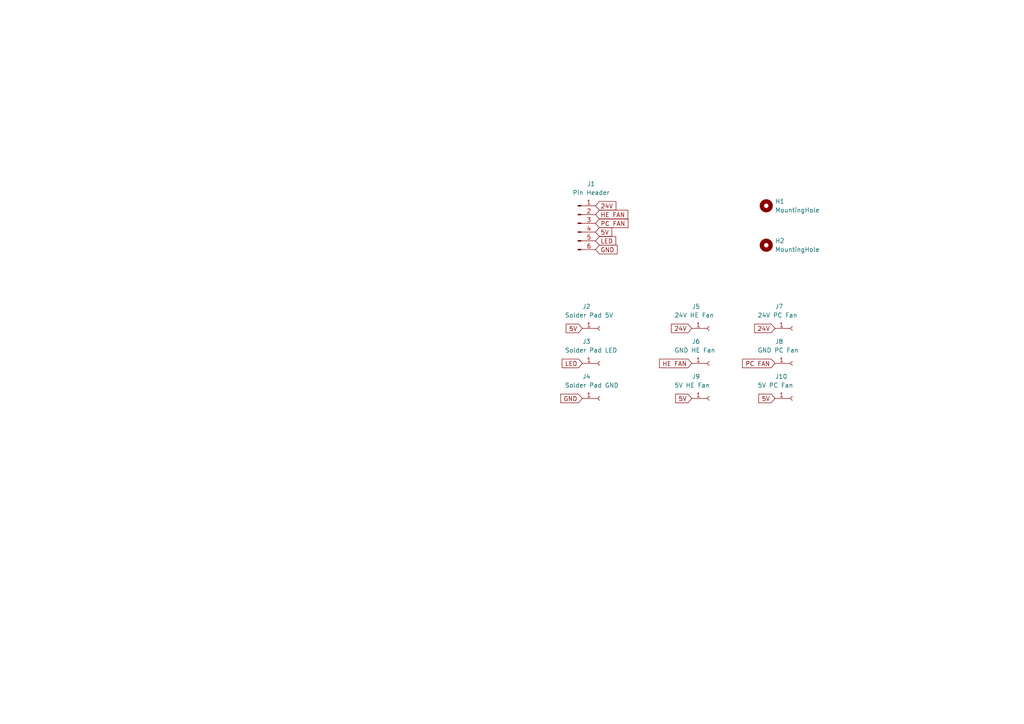
<source format=kicad_sch>
(kicad_sch (version 20211123) (generator eeschema)

  (uuid 4caee2aa-1c36-44d8-8eb9-f1e7ba8e9c9c)

  (paper "A4")

  (lib_symbols
    (symbol "Connector:Conn_01x01_Female" (pin_names (offset 1.016) hide) (in_bom yes) (on_board yes)
      (property "Reference" "J" (id 0) (at 0 2.54 0)
        (effects (font (size 1.27 1.27)))
      )
      (property "Value" "Conn_01x01_Female" (id 1) (at 0 -2.54 0)
        (effects (font (size 1.27 1.27)))
      )
      (property "Footprint" "" (id 2) (at 0 0 0)
        (effects (font (size 1.27 1.27)) hide)
      )
      (property "Datasheet" "~" (id 3) (at 0 0 0)
        (effects (font (size 1.27 1.27)) hide)
      )
      (property "ki_keywords" "connector" (id 4) (at 0 0 0)
        (effects (font (size 1.27 1.27)) hide)
      )
      (property "ki_description" "Generic connector, single row, 01x01, script generated (kicad-library-utils/schlib/autogen/connector/)" (id 5) (at 0 0 0)
        (effects (font (size 1.27 1.27)) hide)
      )
      (property "ki_fp_filters" "Connector*:*" (id 6) (at 0 0 0)
        (effects (font (size 1.27 1.27)) hide)
      )
      (symbol "Conn_01x01_Female_1_1"
        (polyline
          (pts
            (xy -1.27 0)
            (xy -0.508 0)
          )
          (stroke (width 0.1524) (type default) (color 0 0 0 0))
          (fill (type none))
        )
        (arc (start 0 0.508) (mid -0.508 0) (end 0 -0.508)
          (stroke (width 0.1524) (type default) (color 0 0 0 0))
          (fill (type none))
        )
        (pin passive line (at -5.08 0 0) (length 3.81)
          (name "Pin_1" (effects (font (size 1.27 1.27))))
          (number "1" (effects (font (size 1.27 1.27))))
        )
      )
    )
    (symbol "Connector:Conn_01x06_Male" (pin_names (offset 1.016) hide) (in_bom yes) (on_board yes)
      (property "Reference" "J" (id 0) (at 0 7.62 0)
        (effects (font (size 1.27 1.27)))
      )
      (property "Value" "Conn_01x06_Male" (id 1) (at 0 -10.16 0)
        (effects (font (size 1.27 1.27)))
      )
      (property "Footprint" "" (id 2) (at 0 0 0)
        (effects (font (size 1.27 1.27)) hide)
      )
      (property "Datasheet" "~" (id 3) (at 0 0 0)
        (effects (font (size 1.27 1.27)) hide)
      )
      (property "ki_keywords" "connector" (id 4) (at 0 0 0)
        (effects (font (size 1.27 1.27)) hide)
      )
      (property "ki_description" "Generic connector, single row, 01x06, script generated (kicad-library-utils/schlib/autogen/connector/)" (id 5) (at 0 0 0)
        (effects (font (size 1.27 1.27)) hide)
      )
      (property "ki_fp_filters" "Connector*:*_1x??_*" (id 6) (at 0 0 0)
        (effects (font (size 1.27 1.27)) hide)
      )
      (symbol "Conn_01x06_Male_1_1"
        (polyline
          (pts
            (xy 1.27 -7.62)
            (xy 0.8636 -7.62)
          )
          (stroke (width 0.1524) (type default) (color 0 0 0 0))
          (fill (type none))
        )
        (polyline
          (pts
            (xy 1.27 -5.08)
            (xy 0.8636 -5.08)
          )
          (stroke (width 0.1524) (type default) (color 0 0 0 0))
          (fill (type none))
        )
        (polyline
          (pts
            (xy 1.27 -2.54)
            (xy 0.8636 -2.54)
          )
          (stroke (width 0.1524) (type default) (color 0 0 0 0))
          (fill (type none))
        )
        (polyline
          (pts
            (xy 1.27 0)
            (xy 0.8636 0)
          )
          (stroke (width 0.1524) (type default) (color 0 0 0 0))
          (fill (type none))
        )
        (polyline
          (pts
            (xy 1.27 2.54)
            (xy 0.8636 2.54)
          )
          (stroke (width 0.1524) (type default) (color 0 0 0 0))
          (fill (type none))
        )
        (polyline
          (pts
            (xy 1.27 5.08)
            (xy 0.8636 5.08)
          )
          (stroke (width 0.1524) (type default) (color 0 0 0 0))
          (fill (type none))
        )
        (rectangle (start 0.8636 -7.493) (end 0 -7.747)
          (stroke (width 0.1524) (type default) (color 0 0 0 0))
          (fill (type outline))
        )
        (rectangle (start 0.8636 -4.953) (end 0 -5.207)
          (stroke (width 0.1524) (type default) (color 0 0 0 0))
          (fill (type outline))
        )
        (rectangle (start 0.8636 -2.413) (end 0 -2.667)
          (stroke (width 0.1524) (type default) (color 0 0 0 0))
          (fill (type outline))
        )
        (rectangle (start 0.8636 0.127) (end 0 -0.127)
          (stroke (width 0.1524) (type default) (color 0 0 0 0))
          (fill (type outline))
        )
        (rectangle (start 0.8636 2.667) (end 0 2.413)
          (stroke (width 0.1524) (type default) (color 0 0 0 0))
          (fill (type outline))
        )
        (rectangle (start 0.8636 5.207) (end 0 4.953)
          (stroke (width 0.1524) (type default) (color 0 0 0 0))
          (fill (type outline))
        )
        (pin passive line (at 5.08 5.08 180) (length 3.81)
          (name "Pin_1" (effects (font (size 1.27 1.27))))
          (number "1" (effects (font (size 1.27 1.27))))
        )
        (pin passive line (at 5.08 2.54 180) (length 3.81)
          (name "Pin_2" (effects (font (size 1.27 1.27))))
          (number "2" (effects (font (size 1.27 1.27))))
        )
        (pin passive line (at 5.08 0 180) (length 3.81)
          (name "Pin_3" (effects (font (size 1.27 1.27))))
          (number "3" (effects (font (size 1.27 1.27))))
        )
        (pin passive line (at 5.08 -2.54 180) (length 3.81)
          (name "Pin_4" (effects (font (size 1.27 1.27))))
          (number "4" (effects (font (size 1.27 1.27))))
        )
        (pin passive line (at 5.08 -5.08 180) (length 3.81)
          (name "Pin_5" (effects (font (size 1.27 1.27))))
          (number "5" (effects (font (size 1.27 1.27))))
        )
        (pin passive line (at 5.08 -7.62 180) (length 3.81)
          (name "Pin_6" (effects (font (size 1.27 1.27))))
          (number "6" (effects (font (size 1.27 1.27))))
        )
      )
    )
    (symbol "Mechanical:MountingHole" (pin_names (offset 1.016)) (in_bom yes) (on_board yes)
      (property "Reference" "H" (id 0) (at 0 5.08 0)
        (effects (font (size 1.27 1.27)))
      )
      (property "Value" "MountingHole" (id 1) (at 0 3.175 0)
        (effects (font (size 1.27 1.27)))
      )
      (property "Footprint" "" (id 2) (at 0 0 0)
        (effects (font (size 1.27 1.27)) hide)
      )
      (property "Datasheet" "~" (id 3) (at 0 0 0)
        (effects (font (size 1.27 1.27)) hide)
      )
      (property "ki_keywords" "mounting hole" (id 4) (at 0 0 0)
        (effects (font (size 1.27 1.27)) hide)
      )
      (property "ki_description" "Mounting Hole without connection" (id 5) (at 0 0 0)
        (effects (font (size 1.27 1.27)) hide)
      )
      (property "ki_fp_filters" "MountingHole*" (id 6) (at 0 0 0)
        (effects (font (size 1.27 1.27)) hide)
      )
      (symbol "MountingHole_0_1"
        (circle (center 0 0) (radius 1.27)
          (stroke (width 1.27) (type default) (color 0 0 0 0))
          (fill (type none))
        )
      )
    )
  )


  (global_label "5V" (shape input) (at 224.79 115.57 180) (fields_autoplaced)
    (effects (font (size 1.27 1.27)) (justify right))
    (uuid 060c3463-8b73-4339-85fe-bc77bdd1f2af)
    (property "Intersheet References" "${INTERSHEET_REFS}" (id 0) (at 220.0788 115.6494 0)
      (effects (font (size 1.27 1.27)) (justify right) hide)
    )
  )
  (global_label "GND" (shape input) (at 172.72 72.39 0) (fields_autoplaced)
    (effects (font (size 1.27 1.27)) (justify left))
    (uuid 0f555a6a-a044-448a-9e81-f8b67f8b905f)
    (property "Intersheet References" "${INTERSHEET_REFS}" (id 0) (at 179.0036 72.3106 0)
      (effects (font (size 1.27 1.27)) (justify left) hide)
    )
  )
  (global_label "PC FAN" (shape input) (at 224.79 105.41 180) (fields_autoplaced)
    (effects (font (size 1.27 1.27)) (justify right))
    (uuid 27effc96-e45d-4bbf-91b2-535039964653)
    (property "Intersheet References" "${INTERSHEET_REFS}" (id 0) (at 215.3617 105.4894 0)
      (effects (font (size 1.27 1.27)) (justify right) hide)
    )
  )
  (global_label "5V" (shape input) (at 172.72 67.31 0) (fields_autoplaced)
    (effects (font (size 1.27 1.27)) (justify left))
    (uuid 36d8f329-192e-4e50-bf4e-635edf3eb116)
    (property "Intersheet References" "${INTERSHEET_REFS}" (id 0) (at 177.4312 67.2306 0)
      (effects (font (size 1.27 1.27)) (justify left) hide)
    )
  )
  (global_label "PC FAN" (shape input) (at 172.72 64.77 0) (fields_autoplaced)
    (effects (font (size 1.27 1.27)) (justify left))
    (uuid 42421ffc-349f-47cb-b439-ba1880922ef3)
    (property "Intersheet References" "${INTERSHEET_REFS}" (id 0) (at 182.1483 64.6906 0)
      (effects (font (size 1.27 1.27)) (justify left) hide)
    )
  )
  (global_label "HE FAN" (shape input) (at 200.66 105.41 180) (fields_autoplaced)
    (effects (font (size 1.27 1.27)) (justify right))
    (uuid 431346e6-1a73-45b7-af88-01264a1aeae5)
    (property "Intersheet References" "${INTERSHEET_REFS}" (id 0) (at 191.2921 105.4894 0)
      (effects (font (size 1.27 1.27)) (justify right) hide)
    )
  )
  (global_label "LED" (shape input) (at 172.72 69.85 0) (fields_autoplaced)
    (effects (font (size 1.27 1.27)) (justify left))
    (uuid 44e71c56-269d-4702-b46c-124604b5ed15)
    (property "Intersheet References" "${INTERSHEET_REFS}" (id 0) (at 178.5802 69.7706 0)
      (effects (font (size 1.27 1.27)) (justify left) hide)
    )
  )
  (global_label "HE FAN" (shape input) (at 172.72 62.23 0) (fields_autoplaced)
    (effects (font (size 1.27 1.27)) (justify left))
    (uuid 460af4b4-17ac-4f9e-b74b-214792751ef9)
    (property "Intersheet References" "${INTERSHEET_REFS}" (id 0) (at 182.0879 62.1506 0)
      (effects (font (size 1.27 1.27)) (justify left) hide)
    )
  )
  (global_label "24V" (shape input) (at 172.72 59.69 0) (fields_autoplaced)
    (effects (font (size 1.27 1.27)) (justify left))
    (uuid 5f67d340-1055-470b-92bf-61f7b4d41a0b)
    (property "Intersheet References" "${INTERSHEET_REFS}" (id 0) (at 178.6407 59.6106 0)
      (effects (font (size 1.27 1.27)) (justify left) hide)
    )
  )
  (global_label "5V" (shape input) (at 168.91 95.25 180) (fields_autoplaced)
    (effects (font (size 1.27 1.27)) (justify right))
    (uuid 6d23c910-83ae-4ef8-8ac1-10510f517cda)
    (property "Intersheet References" "${INTERSHEET_REFS}" (id 0) (at 164.1988 95.3294 0)
      (effects (font (size 1.27 1.27)) (justify right) hide)
    )
  )
  (global_label "5V" (shape input) (at 200.66 115.57 180) (fields_autoplaced)
    (effects (font (size 1.27 1.27)) (justify right))
    (uuid 76763197-cf11-431e-a547-b5795b872734)
    (property "Intersheet References" "${INTERSHEET_REFS}" (id 0) (at 195.9488 115.6494 0)
      (effects (font (size 1.27 1.27)) (justify right) hide)
    )
  )
  (global_label "24V" (shape input) (at 200.66 95.25 180) (fields_autoplaced)
    (effects (font (size 1.27 1.27)) (justify right))
    (uuid 81393950-6132-44ff-bcec-3068ef6b2962)
    (property "Intersheet References" "${INTERSHEET_REFS}" (id 0) (at 194.7393 95.3294 0)
      (effects (font (size 1.27 1.27)) (justify right) hide)
    )
  )
  (global_label "LED" (shape input) (at 168.91 105.41 180) (fields_autoplaced)
    (effects (font (size 1.27 1.27)) (justify right))
    (uuid 9ea2328b-9907-404e-8a91-33de48403284)
    (property "Intersheet References" "${INTERSHEET_REFS}" (id 0) (at 163.0498 105.4894 0)
      (effects (font (size 1.27 1.27)) (justify right) hide)
    )
  )
  (global_label "24V" (shape input) (at 224.79 95.25 180) (fields_autoplaced)
    (effects (font (size 1.27 1.27)) (justify right))
    (uuid cfc554f8-4b0a-4e31-8e85-bfedce505f07)
    (property "Intersheet References" "${INTERSHEET_REFS}" (id 0) (at 218.8693 95.3294 0)
      (effects (font (size 1.27 1.27)) (justify right) hide)
    )
  )
  (global_label "GND" (shape input) (at 168.91 115.57 180) (fields_autoplaced)
    (effects (font (size 1.27 1.27)) (justify right))
    (uuid feda8700-1ef2-40f0-b94a-3862d211433e)
    (property "Intersheet References" "${INTERSHEET_REFS}" (id 0) (at 162.6264 115.6494 0)
      (effects (font (size 1.27 1.27)) (justify right) hide)
    )
  )

  (symbol (lib_id "Connector:Conn_01x01_Female") (at 229.87 105.41 0) (unit 1)
    (in_bom yes) (on_board yes)
    (uuid 09b2ac9e-364b-401c-96a1-4aa9fc31cae3)
    (property "Reference" "J8" (id 0) (at 224.79 99.06 0)
      (effects (font (size 1.27 1.27)) (justify left))
    )
    (property "Value" "GND PC Fan" (id 1) (at 219.71 101.6 0)
      (effects (font (size 1.27 1.27)) (justify left))
    )
    (property "Footprint" "TestPoint:TestPoint_Pad_1.5x1.5mm" (id 2) (at 229.87 105.41 0)
      (effects (font (size 1.27 1.27)) hide)
    )
    (property "Datasheet" "~" (id 3) (at 229.87 105.41 0)
      (effects (font (size 1.27 1.27)) hide)
    )
    (pin "1" (uuid 7896c7c8-0d2b-43d3-a244-8ea306a7c493))
  )

  (symbol (lib_id "Mechanical:MountingHole") (at 222.25 71.12 0) (unit 1)
    (in_bom yes) (on_board yes) (fields_autoplaced)
    (uuid 18677279-b170-4f03-8419-49301bb725fe)
    (property "Reference" "H2" (id 0) (at 224.79 69.8499 0)
      (effects (font (size 1.27 1.27)) (justify left))
    )
    (property "Value" "MountingHole" (id 1) (at 224.79 72.3899 0)
      (effects (font (size 1.27 1.27)) (justify left))
    )
    (property "Footprint" "MountingHole:MountingHole_3.2mm_M3" (id 2) (at 222.25 71.12 0)
      (effects (font (size 1.27 1.27)) hide)
    )
    (property "Datasheet" "~" (id 3) (at 222.25 71.12 0)
      (effects (font (size 1.27 1.27)) hide)
    )
  )

  (symbol (lib_id "Connector:Conn_01x01_Female") (at 205.74 115.57 0) (unit 1)
    (in_bom yes) (on_board yes)
    (uuid 4bcdf75f-c016-407b-a882-ddcc0fbea389)
    (property "Reference" "J9" (id 0) (at 200.66 109.22 0)
      (effects (font (size 1.27 1.27)) (justify left))
    )
    (property "Value" "5V HE Fan" (id 1) (at 195.58 111.76 0)
      (effects (font (size 1.27 1.27)) (justify left))
    )
    (property "Footprint" "TestPoint:TestPoint_Pad_1.5x1.5mm" (id 2) (at 205.74 115.57 0)
      (effects (font (size 1.27 1.27)) hide)
    )
    (property "Datasheet" "~" (id 3) (at 205.74 115.57 0)
      (effects (font (size 1.27 1.27)) hide)
    )
    (pin "1" (uuid 4610542f-1915-457f-bcf5-ca0a3098f09a))
  )

  (symbol (lib_id "Connector:Conn_01x01_Female") (at 229.87 95.25 0) (unit 1)
    (in_bom yes) (on_board yes)
    (uuid 65865120-f9a6-453a-a834-06bbf7cb29a3)
    (property "Reference" "J7" (id 0) (at 224.79 88.9 0)
      (effects (font (size 1.27 1.27)) (justify left))
    )
    (property "Value" "24V PC Fan" (id 1) (at 219.71 91.44 0)
      (effects (font (size 1.27 1.27)) (justify left))
    )
    (property "Footprint" "TestPoint:TestPoint_Pad_1.5x1.5mm" (id 2) (at 229.87 95.25 0)
      (effects (font (size 1.27 1.27)) hide)
    )
    (property "Datasheet" "~" (id 3) (at 229.87 95.25 0)
      (effects (font (size 1.27 1.27)) hide)
    )
    (pin "1" (uuid ce9aee6a-3f65-441d-9097-0f01d59eea04))
  )

  (symbol (lib_id "Connector:Conn_01x01_Female") (at 173.99 95.25 0) (unit 1)
    (in_bom yes) (on_board yes)
    (uuid 74b2d6f6-f30b-47c0-a983-06fba16fbd5b)
    (property "Reference" "J2" (id 0) (at 168.91 88.9 0)
      (effects (font (size 1.27 1.27)) (justify left))
    )
    (property "Value" "Solder Pad 5V" (id 1) (at 163.83 91.44 0)
      (effects (font (size 1.27 1.27)) (justify left))
    )
    (property "Footprint" "TestPoint:TestPoint_Pad_1.5x1.5mm" (id 2) (at 173.99 95.25 0)
      (effects (font (size 1.27 1.27)) hide)
    )
    (property "Datasheet" "~" (id 3) (at 173.99 95.25 0)
      (effects (font (size 1.27 1.27)) hide)
    )
    (pin "1" (uuid a09c5e34-23e0-488b-a7a2-fc712544569e))
  )

  (symbol (lib_id "Connector:Conn_01x06_Male") (at 167.64 64.77 0) (unit 1)
    (in_bom yes) (on_board yes)
    (uuid 96c5c872-93a6-4c40-8d10-2a0bd18cfeb2)
    (property "Reference" "J1" (id 0) (at 171.45 53.34 0))
    (property "Value" "Pin Header" (id 1) (at 171.45 55.88 0))
    (property "Footprint" "Connector_PinHeader_2.54mm:PinHeader_1x06_P2.54mm_Vertical" (id 2) (at 167.64 64.77 0)
      (effects (font (size 1.27 1.27)) hide)
    )
    (property "Datasheet" "~" (id 3) (at 167.64 64.77 0)
      (effects (font (size 1.27 1.27)) hide)
    )
    (pin "1" (uuid b3df82a5-ebf0-4e38-b3d8-466c1fe472ca))
    (pin "2" (uuid e89687ef-f145-40b5-b1ef-490b84971f04))
    (pin "3" (uuid e9dff9b8-fc36-4f24-a296-4a7f23291344))
    (pin "4" (uuid 274db8c8-e920-4bcf-8ba5-7d9276836256))
    (pin "5" (uuid cfdcd88f-8459-4ea8-b30b-c16f4a78b947))
    (pin "6" (uuid d878aaa4-f824-41e6-842c-1a42bc67e891))
  )

  (symbol (lib_id "Connector:Conn_01x01_Female") (at 205.74 105.41 0) (unit 1)
    (in_bom yes) (on_board yes)
    (uuid a4583d4d-ed37-425c-b6f7-be95cfc01867)
    (property "Reference" "J6" (id 0) (at 200.66 99.06 0)
      (effects (font (size 1.27 1.27)) (justify left))
    )
    (property "Value" "GND HE Fan" (id 1) (at 195.58 101.6 0)
      (effects (font (size 1.27 1.27)) (justify left))
    )
    (property "Footprint" "TestPoint:TestPoint_Pad_1.5x1.5mm" (id 2) (at 205.74 105.41 0)
      (effects (font (size 1.27 1.27)) hide)
    )
    (property "Datasheet" "~" (id 3) (at 205.74 105.41 0)
      (effects (font (size 1.27 1.27)) hide)
    )
    (pin "1" (uuid 74a145db-1023-4700-80d8-7c54d63d4ff5))
  )

  (symbol (lib_id "Connector:Conn_01x01_Female") (at 173.99 105.41 0) (unit 1)
    (in_bom yes) (on_board yes)
    (uuid b243d1d0-847f-4409-a830-cc730fa383b0)
    (property "Reference" "J3" (id 0) (at 168.91 99.06 0)
      (effects (font (size 1.27 1.27)) (justify left))
    )
    (property "Value" "Solder Pad LED" (id 1) (at 163.83 101.6 0)
      (effects (font (size 1.27 1.27)) (justify left))
    )
    (property "Footprint" "TestPoint:TestPoint_Pad_1.5x1.5mm" (id 2) (at 173.99 105.41 0)
      (effects (font (size 1.27 1.27)) hide)
    )
    (property "Datasheet" "~" (id 3) (at 173.99 105.41 0)
      (effects (font (size 1.27 1.27)) hide)
    )
    (pin "1" (uuid 93741bfc-bb3a-4471-a150-9c60f3837730))
  )

  (symbol (lib_id "Connector:Conn_01x01_Female") (at 229.87 115.57 0) (unit 1)
    (in_bom yes) (on_board yes)
    (uuid c708b17f-5290-43cc-8022-e3ad2686be8e)
    (property "Reference" "J10" (id 0) (at 224.79 109.22 0)
      (effects (font (size 1.27 1.27)) (justify left))
    )
    (property "Value" "5V PC Fan" (id 1) (at 219.71 111.76 0)
      (effects (font (size 1.27 1.27)) (justify left))
    )
    (property "Footprint" "TestPoint:TestPoint_Pad_1.5x1.5mm" (id 2) (at 229.87 115.57 0)
      (effects (font (size 1.27 1.27)) hide)
    )
    (property "Datasheet" "~" (id 3) (at 229.87 115.57 0)
      (effects (font (size 1.27 1.27)) hide)
    )
    (pin "1" (uuid bb25f80f-bca2-443a-b663-2da925d45d24))
  )

  (symbol (lib_id "Connector:Conn_01x01_Female") (at 205.74 95.25 0) (unit 1)
    (in_bom yes) (on_board yes)
    (uuid cdbdc422-50b9-4288-b6e7-3617647af4b5)
    (property "Reference" "J5" (id 0) (at 200.66 88.9 0)
      (effects (font (size 1.27 1.27)) (justify left))
    )
    (property "Value" "24V HE Fan" (id 1) (at 195.58 91.44 0)
      (effects (font (size 1.27 1.27)) (justify left))
    )
    (property "Footprint" "TestPoint:TestPoint_Pad_1.5x1.5mm" (id 2) (at 205.74 95.25 0)
      (effects (font (size 1.27 1.27)) hide)
    )
    (property "Datasheet" "~" (id 3) (at 205.74 95.25 0)
      (effects (font (size 1.27 1.27)) hide)
    )
    (pin "1" (uuid 459770a2-d691-4e4c-8948-cf63ebd4b6e0))
  )

  (symbol (lib_id "Mechanical:MountingHole") (at 222.25 59.69 0) (unit 1)
    (in_bom yes) (on_board yes) (fields_autoplaced)
    (uuid d6a49003-4516-4cf3-aeda-bb5f7ab8c7e7)
    (property "Reference" "H1" (id 0) (at 224.79 58.4199 0)
      (effects (font (size 1.27 1.27)) (justify left))
    )
    (property "Value" "MountingHole" (id 1) (at 224.79 60.9599 0)
      (effects (font (size 1.27 1.27)) (justify left))
    )
    (property "Footprint" "MountingHole:MountingHole_3.2mm_M3" (id 2) (at 222.25 59.69 0)
      (effects (font (size 1.27 1.27)) hide)
    )
    (property "Datasheet" "~" (id 3) (at 222.25 59.69 0)
      (effects (font (size 1.27 1.27)) hide)
    )
  )

  (symbol (lib_id "Connector:Conn_01x01_Female") (at 173.99 115.57 0) (unit 1)
    (in_bom yes) (on_board yes)
    (uuid fd0fbd81-495b-4ed5-9458-b5358eac96d0)
    (property "Reference" "J4" (id 0) (at 168.91 109.22 0)
      (effects (font (size 1.27 1.27)) (justify left))
    )
    (property "Value" "Solder Pad GND" (id 1) (at 163.83 111.76 0)
      (effects (font (size 1.27 1.27)) (justify left))
    )
    (property "Footprint" "TestPoint:TestPoint_Pad_1.5x1.5mm" (id 2) (at 173.99 115.57 0)
      (effects (font (size 1.27 1.27)) hide)
    )
    (property "Datasheet" "~" (id 3) (at 173.99 115.57 0)
      (effects (font (size 1.27 1.27)) hide)
    )
    (pin "1" (uuid 38ced909-e506-4bea-9fb6-b7ac4c7e4c89))
  )

  (sheet_instances
    (path "/" (page "1"))
  )

  (symbol_instances
    (path "/d6a49003-4516-4cf3-aeda-bb5f7ab8c7e7"
      (reference "H1") (unit 1) (value "MountingHole") (footprint "MountingHole:MountingHole_3.2mm_M3")
    )
    (path "/18677279-b170-4f03-8419-49301bb725fe"
      (reference "H2") (unit 1) (value "MountingHole") (footprint "MountingHole:MountingHole_3.2mm_M3")
    )
    (path "/96c5c872-93a6-4c40-8d10-2a0bd18cfeb2"
      (reference "J1") (unit 1) (value "Pin Header") (footprint "Connector_PinHeader_2.54mm:PinHeader_1x06_P2.54mm_Vertical")
    )
    (path "/74b2d6f6-f30b-47c0-a983-06fba16fbd5b"
      (reference "J2") (unit 1) (value "Solder Pad 5V") (footprint "TestPoint:TestPoint_Pad_1.5x1.5mm")
    )
    (path "/b243d1d0-847f-4409-a830-cc730fa383b0"
      (reference "J3") (unit 1) (value "Solder Pad LED") (footprint "TestPoint:TestPoint_Pad_1.5x1.5mm")
    )
    (path "/fd0fbd81-495b-4ed5-9458-b5358eac96d0"
      (reference "J4") (unit 1) (value "Solder Pad GND") (footprint "TestPoint:TestPoint_Pad_1.5x1.5mm")
    )
    (path "/cdbdc422-50b9-4288-b6e7-3617647af4b5"
      (reference "J5") (unit 1) (value "24V HE Fan") (footprint "TestPoint:TestPoint_Pad_1.5x1.5mm")
    )
    (path "/a4583d4d-ed37-425c-b6f7-be95cfc01867"
      (reference "J6") (unit 1) (value "GND HE Fan") (footprint "TestPoint:TestPoint_Pad_1.5x1.5mm")
    )
    (path "/65865120-f9a6-453a-a834-06bbf7cb29a3"
      (reference "J7") (unit 1) (value "24V PC Fan") (footprint "TestPoint:TestPoint_Pad_1.5x1.5mm")
    )
    (path "/09b2ac9e-364b-401c-96a1-4aa9fc31cae3"
      (reference "J8") (unit 1) (value "GND PC Fan") (footprint "TestPoint:TestPoint_Pad_1.5x1.5mm")
    )
    (path "/4bcdf75f-c016-407b-a882-ddcc0fbea389"
      (reference "J9") (unit 1) (value "5V HE Fan") (footprint "TestPoint:TestPoint_Pad_1.5x1.5mm")
    )
    (path "/c708b17f-5290-43cc-8022-e3ad2686be8e"
      (reference "J10") (unit 1) (value "5V PC Fan") (footprint "TestPoint:TestPoint_Pad_1.5x1.5mm")
    )
  )
)

</source>
